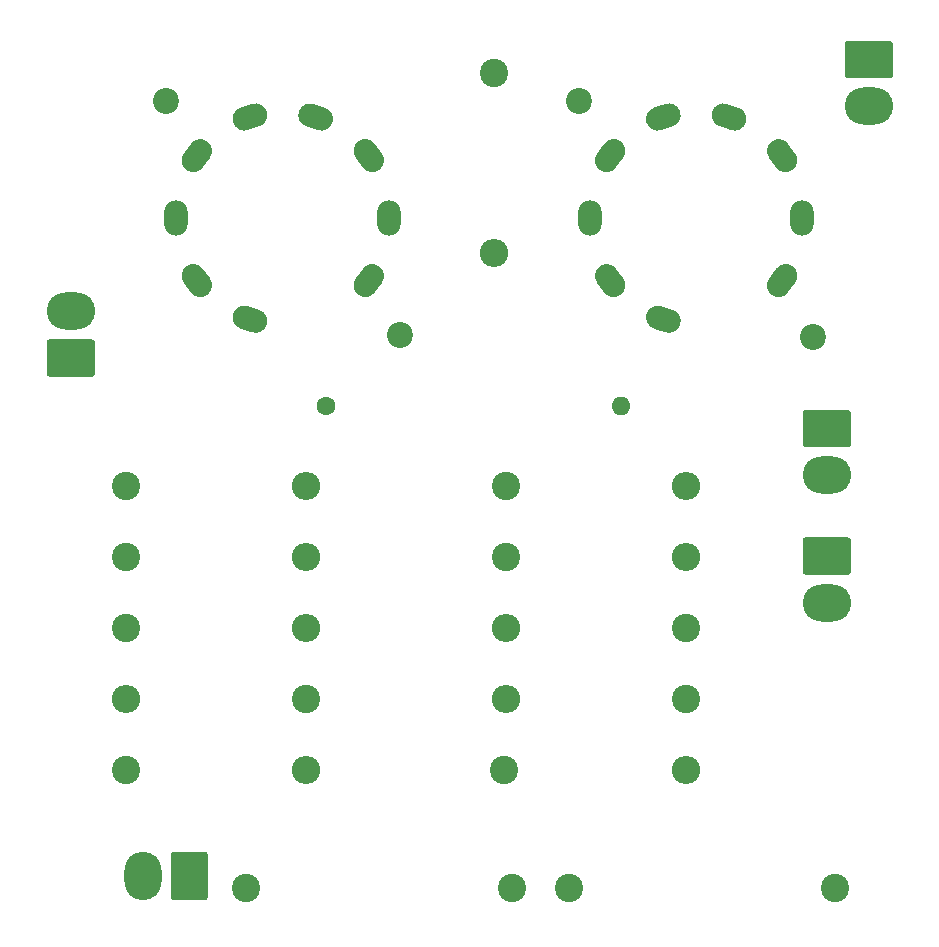
<source format=gbr>
%TF.GenerationSoftware,KiCad,Pcbnew,(5.1.6)-1*%
%TF.CreationDate,2020-10-25T19:30:32+00:00*%
%TF.ProjectId,QuadNew1 - Copy,51756164-4e65-4773-9120-2d20436f7079,rev?*%
%TF.SameCoordinates,Original*%
%TF.FileFunction,Soldermask,Top*%
%TF.FilePolarity,Negative*%
%FSLAX46Y46*%
G04 Gerber Fmt 4.6, Leading zero omitted, Abs format (unit mm)*
G04 Created by KiCad (PCBNEW (5.1.6)-1) date 2020-10-25 19:30:32*
%MOMM*%
%LPD*%
G01*
G04 APERTURE LIST*
%ADD10O,4.100000X3.160000*%
%ADD11C,2.400000*%
%ADD12O,2.400000X2.400000*%
%ADD13O,2.000000X3.000000*%
%ADD14C,1.600000*%
%ADD15O,1.600000X1.600000*%
%ADD16O,3.160000X4.100000*%
%ADD17C,2.200000*%
G04 APERTURE END LIST*
D10*
%TO.C,J2*%
X94361000Y-101877000D03*
G36*
G01*
X92561000Y-96337000D02*
X96161000Y-96337000D01*
G75*
G02*
X96411000Y-96587000I0J-250000D01*
G01*
X96411000Y-99247000D01*
G75*
G02*
X96161000Y-99497000I-250000J0D01*
G01*
X92561000Y-99497000D01*
G75*
G02*
X92311000Y-99247000I0J250000D01*
G01*
X92311000Y-96587000D01*
G75*
G02*
X92561000Y-96337000I250000J0D01*
G01*
G37*
%TD*%
D11*
%TO.C,C3*%
X95017000Y-126000000D03*
X72517000Y-126000000D03*
%TD*%
D12*
%TO.C,R10*%
X35000000Y-110000000D03*
D11*
X50240000Y-110000000D03*
%TD*%
%TO.C,R9*%
X67000000Y-116000000D03*
D12*
X82423000Y-116000000D03*
%TD*%
D11*
%TO.C,C2*%
X45212000Y-126000000D03*
X67712000Y-126000000D03*
%TD*%
%TO.C,V1*%
G36*
G01*
X45352044Y-76752826D02*
X46303100Y-77061842D01*
G75*
G02*
X46945140Y-78321916I-309017J-951057D01*
G01*
X46945140Y-78321916D01*
G75*
G02*
X45685066Y-78963956I-951057J309017D01*
G01*
X44734010Y-78654940D01*
G75*
G02*
X44091970Y-77394866I309017J951057D01*
G01*
X44091970Y-77394866D01*
G75*
G02*
X45352044Y-76752826I951057J-309017D01*
G01*
G37*
G36*
G01*
X41533147Y-73596829D02*
X42120933Y-74405846D01*
G75*
G02*
X41899701Y-75802648I-809017J-587785D01*
G01*
X41899701Y-75802648D01*
G75*
G02*
X40502899Y-75581416I-587785J809017D01*
G01*
X39915113Y-74772400D01*
G75*
G02*
X40136345Y-73375598I809017J587785D01*
G01*
X40136345Y-73375598D01*
G75*
G02*
X41533147Y-73596830I587785J-809017D01*
G01*
G37*
D13*
X39299889Y-69301248D03*
G36*
G01*
X42122177Y-64194285D02*
X41534391Y-65003301D01*
G75*
G02*
X40137589Y-65224533I-809017J587785D01*
G01*
X40137589Y-65224533D01*
G75*
G02*
X39916357Y-63827731I587785J809017D01*
G01*
X40504143Y-63018715D01*
G75*
G02*
X41900945Y-62797483I809017J-587785D01*
G01*
X41900945Y-62797483D01*
G75*
G02*
X42122177Y-64194285I-587785J-809017D01*
G01*
G37*
G36*
G01*
X46303392Y-61537039D02*
X45352336Y-61846056D01*
G75*
G02*
X44092262Y-61204016I-309017J951057D01*
G01*
X44092262Y-61204016D01*
G75*
G02*
X44734302Y-59943942I951057J309017D01*
G01*
X45685358Y-59634926D01*
G75*
G02*
X46945432Y-60276966I309017J-951057D01*
G01*
X46945432Y-60276966D01*
G75*
G02*
X46303392Y-61537040I-951057J-309017D01*
G01*
G37*
G36*
G01*
X50914934Y-59636044D02*
X51865990Y-59945060D01*
G75*
G02*
X52508030Y-61205134I-309017J-951057D01*
G01*
X52508030Y-61205134D01*
G75*
G02*
X51247956Y-61847174I-951057J309017D01*
G01*
X50296900Y-61538158D01*
G75*
G02*
X49654860Y-60278084I309017J951057D01*
G01*
X49654860Y-60278084D01*
G75*
G02*
X50914934Y-59636044I951057J-309017D01*
G01*
G37*
G36*
G01*
X56097101Y-63018583D02*
X56684887Y-63827600D01*
G75*
G02*
X56463655Y-65224402I-809017J-587785D01*
G01*
X56463655Y-65224402D01*
G75*
G02*
X55066853Y-65003170I-587785J809017D01*
G01*
X54479067Y-64194154D01*
G75*
G02*
X54700299Y-62797352I809017J587785D01*
G01*
X54700299Y-62797352D01*
G75*
G02*
X56097101Y-63018584I587785J-809017D01*
G01*
G37*
X57300111Y-69298752D03*
G36*
G01*
X56683643Y-74772269D02*
X56095857Y-75581285D01*
G75*
G02*
X54699055Y-75802517I-809017J587785D01*
G01*
X54699055Y-75802517D01*
G75*
G02*
X54477823Y-74405715I587785J809017D01*
G01*
X55065609Y-73596699D01*
G75*
G02*
X56462411Y-73375467I809017J-587785D01*
G01*
X56462411Y-73375467D01*
G75*
G02*
X56683643Y-74772269I-587785J-809017D01*
G01*
G37*
%TD*%
D12*
%TO.C,R3*%
X82423000Y-92000000D03*
D11*
X67183000Y-92000000D03*
%TD*%
D12*
%TO.C,R8*%
X67183000Y-110000000D03*
D11*
X82423000Y-110000000D03*
%TD*%
%TO.C,R7*%
X82423000Y-104000000D03*
D12*
X67183000Y-104000000D03*
%TD*%
%TO.C,V2*%
G36*
G01*
X80352044Y-76752826D02*
X81303100Y-77061842D01*
G75*
G02*
X81945140Y-78321916I-309017J-951057D01*
G01*
X81945140Y-78321916D01*
G75*
G02*
X80685066Y-78963956I-951057J309017D01*
G01*
X79734010Y-78654940D01*
G75*
G02*
X79091970Y-77394866I309017J951057D01*
G01*
X79091970Y-77394866D01*
G75*
G02*
X80352044Y-76752826I951057J-309017D01*
G01*
G37*
G36*
G01*
X76533147Y-73596829D02*
X77120933Y-74405846D01*
G75*
G02*
X76899701Y-75802648I-809017J-587785D01*
G01*
X76899701Y-75802648D01*
G75*
G02*
X75502899Y-75581416I-587785J809017D01*
G01*
X74915113Y-74772400D01*
G75*
G02*
X75136345Y-73375598I809017J587785D01*
G01*
X75136345Y-73375598D01*
G75*
G02*
X76533147Y-73596830I587785J-809017D01*
G01*
G37*
D13*
X74299889Y-69301248D03*
G36*
G01*
X77122177Y-64194285D02*
X76534391Y-65003301D01*
G75*
G02*
X75137589Y-65224533I-809017J587785D01*
G01*
X75137589Y-65224533D01*
G75*
G02*
X74916357Y-63827731I587785J809017D01*
G01*
X75504143Y-63018715D01*
G75*
G02*
X76900945Y-62797483I809017J-587785D01*
G01*
X76900945Y-62797483D01*
G75*
G02*
X77122177Y-64194285I-587785J-809017D01*
G01*
G37*
G36*
G01*
X81303392Y-61537039D02*
X80352336Y-61846056D01*
G75*
G02*
X79092262Y-61204016I-309017J951057D01*
G01*
X79092262Y-61204016D01*
G75*
G02*
X79734302Y-59943942I951057J309017D01*
G01*
X80685358Y-59634926D01*
G75*
G02*
X81945432Y-60276966I309017J-951057D01*
G01*
X81945432Y-60276966D01*
G75*
G02*
X81303392Y-61537040I-951057J-309017D01*
G01*
G37*
G36*
G01*
X85914934Y-59636044D02*
X86865990Y-59945060D01*
G75*
G02*
X87508030Y-61205134I-309017J-951057D01*
G01*
X87508030Y-61205134D01*
G75*
G02*
X86247956Y-61847174I-951057J309017D01*
G01*
X85296900Y-61538158D01*
G75*
G02*
X84654860Y-60278084I309017J951057D01*
G01*
X84654860Y-60278084D01*
G75*
G02*
X85914934Y-59636044I951057J-309017D01*
G01*
G37*
G36*
G01*
X91097101Y-63018583D02*
X91684887Y-63827600D01*
G75*
G02*
X91463655Y-65224402I-809017J-587785D01*
G01*
X91463655Y-65224402D01*
G75*
G02*
X90066853Y-65003170I-587785J809017D01*
G01*
X89479067Y-64194154D01*
G75*
G02*
X89700299Y-62797352I809017J587785D01*
G01*
X89700299Y-62797352D01*
G75*
G02*
X91097101Y-63018584I587785J-809017D01*
G01*
G37*
X92300111Y-69298752D03*
G36*
G01*
X91683643Y-74772269D02*
X91095857Y-75581285D01*
G75*
G02*
X89699055Y-75802517I-809017J587785D01*
G01*
X89699055Y-75802517D01*
G75*
G02*
X89477823Y-74405715I587785J809017D01*
G01*
X90065609Y-73596699D01*
G75*
G02*
X91462411Y-73375467I809017J-587785D01*
G01*
X91462411Y-73375467D01*
G75*
G02*
X91683643Y-74772269I-587785J-809017D01*
G01*
G37*
%TD*%
D12*
%TO.C,R6*%
X82423000Y-98000000D03*
D11*
X67183000Y-98000000D03*
%TD*%
%TO.C,R5*%
X35000000Y-98000000D03*
D12*
X50240000Y-98000000D03*
%TD*%
D11*
%TO.C,R2*%
X35000000Y-92000000D03*
D12*
X50240000Y-92000000D03*
%TD*%
%TO.C,R1*%
X66167000Y-72263000D03*
D11*
X66167000Y-57023000D03*
%TD*%
%TO.C,R4*%
X35000000Y-104000000D03*
D12*
X50240000Y-104000000D03*
%TD*%
D11*
%TO.C,R11*%
X35000000Y-116000000D03*
D12*
X50240000Y-116000000D03*
%TD*%
D14*
%TO.C,C1*%
X51943000Y-85217000D03*
D15*
X76943000Y-85217000D03*
%TD*%
D10*
%TO.C,J3*%
X94361000Y-91082000D03*
G36*
G01*
X92561000Y-85542000D02*
X96161000Y-85542000D01*
G75*
G02*
X96411000Y-85792000I0J-250000D01*
G01*
X96411000Y-88452000D01*
G75*
G02*
X96161000Y-88702000I-250000J0D01*
G01*
X92561000Y-88702000D01*
G75*
G02*
X92311000Y-88452000I0J250000D01*
G01*
X92311000Y-85792000D01*
G75*
G02*
X92561000Y-85542000I250000J0D01*
G01*
G37*
%TD*%
D16*
%TO.C,J0*%
X36426000Y-125000000D03*
G36*
G01*
X41966000Y-123200000D02*
X41966000Y-126800000D01*
G75*
G02*
X41716000Y-127050000I-250000J0D01*
G01*
X39056000Y-127050000D01*
G75*
G02*
X38806000Y-126800000I0J250000D01*
G01*
X38806000Y-123200000D01*
G75*
G02*
X39056000Y-122950000I250000J0D01*
G01*
X41716000Y-122950000D01*
G75*
G02*
X41966000Y-123200000I0J-250000D01*
G01*
G37*
%TD*%
D10*
%TO.C,J4*%
X97917000Y-59840000D03*
G36*
G01*
X96117000Y-54300000D02*
X99717000Y-54300000D01*
G75*
G02*
X99967000Y-54550000I0J-250000D01*
G01*
X99967000Y-57210000D01*
G75*
G02*
X99717000Y-57460000I-250000J0D01*
G01*
X96117000Y-57460000D01*
G75*
G02*
X95867000Y-57210000I0J250000D01*
G01*
X95867000Y-54550000D01*
G75*
G02*
X96117000Y-54300000I250000J0D01*
G01*
G37*
%TD*%
%TO.C,J1*%
X30353000Y-77193000D03*
G36*
G01*
X32153000Y-82733000D02*
X28553000Y-82733000D01*
G75*
G02*
X28303000Y-82483000I0J250000D01*
G01*
X28303000Y-79823000D01*
G75*
G02*
X28553000Y-79573000I250000J0D01*
G01*
X32153000Y-79573000D01*
G75*
G02*
X32403000Y-79823000I0J-250000D01*
G01*
X32403000Y-82483000D01*
G75*
G02*
X32153000Y-82733000I-250000J0D01*
G01*
G37*
%TD*%
D17*
%TO.C,H1*%
X38400000Y-59400000D03*
%TD*%
%TO.C,H2*%
X58200000Y-79200000D03*
%TD*%
%TO.C,H3*%
X73400000Y-59400000D03*
%TD*%
%TO.C,H4*%
X93200000Y-79400000D03*
%TD*%
M02*

</source>
